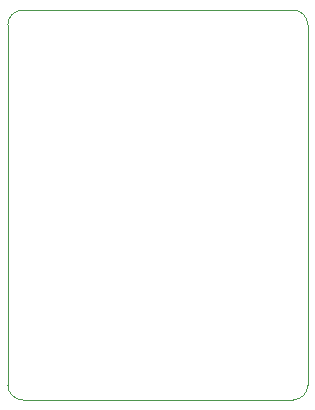
<source format=gbr>
G04 #@! TF.GenerationSoftware,KiCad,Pcbnew,(5.1.0)-1*
G04 #@! TF.CreationDate,2019-03-29T02:28:53-07:00*
G04 #@! TF.ProjectId,e73-breakout,6537332d-6272-4656-916b-6f75742e6b69,rev?*
G04 #@! TF.SameCoordinates,Original*
G04 #@! TF.FileFunction,Profile,NP*
%FSLAX46Y46*%
G04 Gerber Fmt 4.6, Leading zero omitted, Abs format (unit mm)*
G04 Created by KiCad (PCBNEW (5.1.0)-1) date 2019-03-29 02:28:53*
%MOMM*%
%LPD*%
G04 APERTURE LIST*
%ADD10C,0.050000*%
G04 APERTURE END LIST*
D10*
X88570000Y-120320000D02*
X111430000Y-120320000D01*
X87300000Y-88570000D02*
X87300000Y-119050000D01*
X111430000Y-87300000D02*
X88570000Y-87300000D01*
X112700000Y-119050000D02*
X112700000Y-88570000D01*
X112700000Y-119050000D02*
G75*
G02X111430000Y-120320000I-1270000J0D01*
G01*
X88570000Y-120320000D02*
G75*
G02X87300000Y-119050000I0J1270000D01*
G01*
X111430000Y-87300000D02*
G75*
G02X112700000Y-88570000I0J-1270000D01*
G01*
X87300000Y-88570000D02*
G75*
G02X88570000Y-87300000I1270000J0D01*
G01*
M02*

</source>
